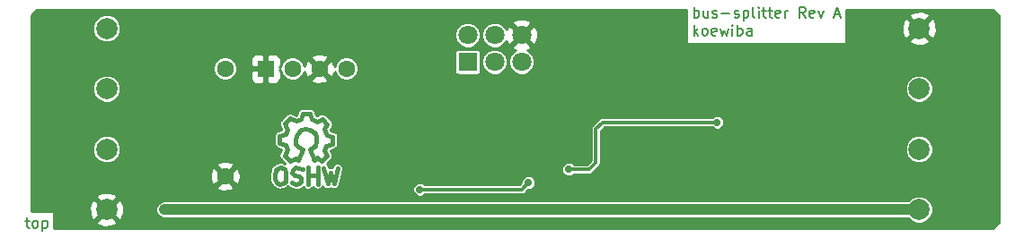
<source format=gbr>
G04 #@! TF.GenerationSoftware,KiCad,Pcbnew,5.0.0-fee4fd1~66~ubuntu16.04.1*
G04 #@! TF.CreationDate,2018-09-26T21:25:10+02:00*
G04 #@! TF.ProjectId,bus-splitter,6275732D73706C69747465722E6B6963,A*
G04 #@! TF.SameCoordinates,Original*
G04 #@! TF.FileFunction,Copper,L1,Top,Signal*
G04 #@! TF.FilePolarity,Positive*
%FSLAX46Y46*%
G04 Gerber Fmt 4.6, Leading zero omitted, Abs format (unit mm)*
G04 Created by KiCad (PCBNEW 5.0.0-fee4fd1~66~ubuntu16.04.1) date Wed Sep 26 21:25:10 2018*
%MOMM*%
%LPD*%
G01*
G04 APERTURE LIST*
G04 #@! TA.AperFunction,NonConductor*
%ADD10C,0.200000*%
G04 #@! TD*
G04 #@! TA.AperFunction,EtchedComponent*
%ADD11C,0.381000*%
G04 #@! TD*
G04 #@! TA.AperFunction,ComponentPad*
%ADD12C,1.600000*%
G04 #@! TD*
G04 #@! TA.AperFunction,ComponentPad*
%ADD13R,1.600000X1.600000*%
G04 #@! TD*
G04 #@! TA.AperFunction,ComponentPad*
%ADD14C,2.000000*%
G04 #@! TD*
G04 #@! TA.AperFunction,ComponentPad*
%ADD15C,1.800000*%
G04 #@! TD*
G04 #@! TA.AperFunction,ComponentPad*
%ADD16R,1.800000X1.800000*%
G04 #@! TD*
G04 #@! TA.AperFunction,ViaPad*
%ADD17C,0.700000*%
G04 #@! TD*
G04 #@! TA.AperFunction,ViaPad*
%ADD18C,1.000000*%
G04 #@! TD*
G04 #@! TA.AperFunction,Conductor*
%ADD19C,1.000000*%
G04 #@! TD*
G04 #@! TA.AperFunction,Conductor*
%ADD20C,0.300000*%
G04 #@! TD*
G04 #@! TA.AperFunction,Conductor*
%ADD21C,0.254000*%
G04 #@! TD*
G04 APERTURE END LIST*
D10*
X163563095Y-76437380D02*
X163563095Y-75437380D01*
X163563095Y-75818333D02*
X163658333Y-75770714D01*
X163848809Y-75770714D01*
X163944047Y-75818333D01*
X163991666Y-75865952D01*
X164039285Y-75961190D01*
X164039285Y-76246904D01*
X163991666Y-76342142D01*
X163944047Y-76389761D01*
X163848809Y-76437380D01*
X163658333Y-76437380D01*
X163563095Y-76389761D01*
X164896428Y-75770714D02*
X164896428Y-76437380D01*
X164467857Y-75770714D02*
X164467857Y-76294523D01*
X164515476Y-76389761D01*
X164610714Y-76437380D01*
X164753571Y-76437380D01*
X164848809Y-76389761D01*
X164896428Y-76342142D01*
X165325000Y-76389761D02*
X165420238Y-76437380D01*
X165610714Y-76437380D01*
X165705952Y-76389761D01*
X165753571Y-76294523D01*
X165753571Y-76246904D01*
X165705952Y-76151666D01*
X165610714Y-76104047D01*
X165467857Y-76104047D01*
X165372619Y-76056428D01*
X165325000Y-75961190D01*
X165325000Y-75913571D01*
X165372619Y-75818333D01*
X165467857Y-75770714D01*
X165610714Y-75770714D01*
X165705952Y-75818333D01*
X166182142Y-76056428D02*
X166944047Y-76056428D01*
X167372619Y-76389761D02*
X167467857Y-76437380D01*
X167658333Y-76437380D01*
X167753571Y-76389761D01*
X167801190Y-76294523D01*
X167801190Y-76246904D01*
X167753571Y-76151666D01*
X167658333Y-76104047D01*
X167515476Y-76104047D01*
X167420238Y-76056428D01*
X167372619Y-75961190D01*
X167372619Y-75913571D01*
X167420238Y-75818333D01*
X167515476Y-75770714D01*
X167658333Y-75770714D01*
X167753571Y-75818333D01*
X168229761Y-75770714D02*
X168229761Y-76770714D01*
X168229761Y-75818333D02*
X168325000Y-75770714D01*
X168515476Y-75770714D01*
X168610714Y-75818333D01*
X168658333Y-75865952D01*
X168705952Y-75961190D01*
X168705952Y-76246904D01*
X168658333Y-76342142D01*
X168610714Y-76389761D01*
X168515476Y-76437380D01*
X168325000Y-76437380D01*
X168229761Y-76389761D01*
X169277380Y-76437380D02*
X169182142Y-76389761D01*
X169134523Y-76294523D01*
X169134523Y-75437380D01*
X169658333Y-76437380D02*
X169658333Y-75770714D01*
X169658333Y-75437380D02*
X169610714Y-75485000D01*
X169658333Y-75532619D01*
X169705952Y-75485000D01*
X169658333Y-75437380D01*
X169658333Y-75532619D01*
X169991666Y-75770714D02*
X170372619Y-75770714D01*
X170134523Y-75437380D02*
X170134523Y-76294523D01*
X170182142Y-76389761D01*
X170277380Y-76437380D01*
X170372619Y-76437380D01*
X170563095Y-75770714D02*
X170944047Y-75770714D01*
X170705952Y-75437380D02*
X170705952Y-76294523D01*
X170753571Y-76389761D01*
X170848809Y-76437380D01*
X170944047Y-76437380D01*
X171658333Y-76389761D02*
X171563095Y-76437380D01*
X171372619Y-76437380D01*
X171277380Y-76389761D01*
X171229761Y-76294523D01*
X171229761Y-75913571D01*
X171277380Y-75818333D01*
X171372619Y-75770714D01*
X171563095Y-75770714D01*
X171658333Y-75818333D01*
X171705952Y-75913571D01*
X171705952Y-76008809D01*
X171229761Y-76104047D01*
X172134523Y-76437380D02*
X172134523Y-75770714D01*
X172134523Y-75961190D02*
X172182142Y-75865952D01*
X172229761Y-75818333D01*
X172325000Y-75770714D01*
X172420238Y-75770714D01*
X174086904Y-76437380D02*
X173753571Y-75961190D01*
X173515476Y-76437380D02*
X173515476Y-75437380D01*
X173896428Y-75437380D01*
X173991666Y-75485000D01*
X174039285Y-75532619D01*
X174086904Y-75627857D01*
X174086904Y-75770714D01*
X174039285Y-75865952D01*
X173991666Y-75913571D01*
X173896428Y-75961190D01*
X173515476Y-75961190D01*
X174896428Y-76389761D02*
X174801190Y-76437380D01*
X174610714Y-76437380D01*
X174515476Y-76389761D01*
X174467857Y-76294523D01*
X174467857Y-75913571D01*
X174515476Y-75818333D01*
X174610714Y-75770714D01*
X174801190Y-75770714D01*
X174896428Y-75818333D01*
X174944047Y-75913571D01*
X174944047Y-76008809D01*
X174467857Y-76104047D01*
X175277380Y-75770714D02*
X175515476Y-76437380D01*
X175753571Y-75770714D01*
X176848809Y-76151666D02*
X177325000Y-76151666D01*
X176753571Y-76437380D02*
X177086904Y-75437380D01*
X177420238Y-76437380D01*
X163563095Y-78137380D02*
X163563095Y-77137380D01*
X163658333Y-77756428D02*
X163944047Y-78137380D01*
X163944047Y-77470714D02*
X163563095Y-77851666D01*
X164515476Y-78137380D02*
X164420238Y-78089761D01*
X164372619Y-78042142D01*
X164325000Y-77946904D01*
X164325000Y-77661190D01*
X164372619Y-77565952D01*
X164420238Y-77518333D01*
X164515476Y-77470714D01*
X164658333Y-77470714D01*
X164753571Y-77518333D01*
X164801190Y-77565952D01*
X164848809Y-77661190D01*
X164848809Y-77946904D01*
X164801190Y-78042142D01*
X164753571Y-78089761D01*
X164658333Y-78137380D01*
X164515476Y-78137380D01*
X165658333Y-78089761D02*
X165563095Y-78137380D01*
X165372619Y-78137380D01*
X165277380Y-78089761D01*
X165229761Y-77994523D01*
X165229761Y-77613571D01*
X165277380Y-77518333D01*
X165372619Y-77470714D01*
X165563095Y-77470714D01*
X165658333Y-77518333D01*
X165705952Y-77613571D01*
X165705952Y-77708809D01*
X165229761Y-77804047D01*
X166039285Y-77470714D02*
X166229761Y-78137380D01*
X166420238Y-77661190D01*
X166610714Y-78137380D01*
X166801190Y-77470714D01*
X167182142Y-78137380D02*
X167182142Y-77470714D01*
X167182142Y-77137380D02*
X167134523Y-77185000D01*
X167182142Y-77232619D01*
X167229761Y-77185000D01*
X167182142Y-77137380D01*
X167182142Y-77232619D01*
X167658333Y-78137380D02*
X167658333Y-77137380D01*
X167658333Y-77518333D02*
X167753571Y-77470714D01*
X167944047Y-77470714D01*
X168039285Y-77518333D01*
X168086904Y-77565952D01*
X168134523Y-77661190D01*
X168134523Y-77946904D01*
X168086904Y-78042142D01*
X168039285Y-78089761D01*
X167944047Y-78137380D01*
X167753571Y-78137380D01*
X167658333Y-78089761D01*
X168991666Y-78137380D02*
X168991666Y-77613571D01*
X168944047Y-77518333D01*
X168848809Y-77470714D01*
X168658333Y-77470714D01*
X168563095Y-77518333D01*
X168991666Y-78089761D02*
X168896428Y-78137380D01*
X168658333Y-78137380D01*
X168563095Y-78089761D01*
X168515476Y-77994523D01*
X168515476Y-77899285D01*
X168563095Y-77804047D01*
X168658333Y-77756428D01*
X168896428Y-77756428D01*
X168991666Y-77708809D01*
X100555238Y-95670714D02*
X100936190Y-95670714D01*
X100698095Y-95337380D02*
X100698095Y-96194523D01*
X100745714Y-96289761D01*
X100840952Y-96337380D01*
X100936190Y-96337380D01*
X101412380Y-96337380D02*
X101317142Y-96289761D01*
X101269523Y-96242142D01*
X101221904Y-96146904D01*
X101221904Y-95861190D01*
X101269523Y-95765952D01*
X101317142Y-95718333D01*
X101412380Y-95670714D01*
X101555238Y-95670714D01*
X101650476Y-95718333D01*
X101698095Y-95765952D01*
X101745714Y-95861190D01*
X101745714Y-96146904D01*
X101698095Y-96242142D01*
X101650476Y-96289761D01*
X101555238Y-96337380D01*
X101412380Y-96337380D01*
X102174285Y-95670714D02*
X102174285Y-96670714D01*
X102174285Y-95718333D02*
X102269523Y-95670714D01*
X102460000Y-95670714D01*
X102555238Y-95718333D01*
X102602857Y-95765952D01*
X102650476Y-95861190D01*
X102650476Y-96146904D01*
X102602857Y-96242142D01*
X102555238Y-96289761D01*
X102460000Y-96337380D01*
X102269523Y-96337380D01*
X102174285Y-96289761D01*
D11*
G04 #@! TO.C,LOGO1*
X127350520Y-88899160D02*
X127749300Y-89899920D01*
X126649480Y-88899160D02*
X126298960Y-89899920D01*
X126298960Y-88701040D02*
X126649480Y-88899160D01*
X126050040Y-88398780D02*
X126298960Y-88701040D01*
X125999240Y-87900940D02*
X126050040Y-88398780D01*
X126149100Y-87448820D02*
X125999240Y-87900940D01*
X126550420Y-87100840D02*
X126149100Y-87448820D01*
X126949200Y-86999240D02*
X126550420Y-87100840D01*
X127398780Y-87050040D02*
X126949200Y-86999240D01*
X127850900Y-87400560D02*
X127398780Y-87050040D01*
X128000760Y-87751080D02*
X127850900Y-87400560D01*
X128000760Y-88149860D02*
X128000760Y-87751080D01*
X127850900Y-88551180D02*
X128000760Y-88149860D01*
X127650240Y-88749300D02*
X127850900Y-88551180D01*
X127350520Y-88899160D02*
X127650240Y-88749300D01*
X125069600Y-88520700D02*
X125209300Y-88919480D01*
X124510800Y-88320040D02*
X125069600Y-88520700D01*
X124520960Y-87619000D02*
X124510800Y-88320040D01*
X125069600Y-87519940D02*
X124520960Y-87619000D01*
X125239780Y-87039880D02*
X125069600Y-87519940D01*
X124990860Y-86498860D02*
X125239780Y-87039880D01*
X125509020Y-85970540D02*
X124990860Y-86498860D01*
X126060200Y-86239780D02*
X125509020Y-85970540D01*
X126479300Y-86069600D02*
X126060200Y-86239780D01*
X126690120Y-85520960D02*
X126479300Y-86069600D01*
X127381000Y-85538740D02*
X126690120Y-85520960D01*
X127551180Y-86079760D02*
X127381000Y-85538740D01*
X128021080Y-86280420D02*
X127551180Y-86079760D01*
X128539240Y-86018800D02*
X128021080Y-86280420D01*
X129009140Y-86529340D02*
X128539240Y-86018800D01*
X128739900Y-86999240D02*
X129009140Y-86529340D01*
X128940560Y-87570740D02*
X128739900Y-86999240D01*
X129499360Y-87710440D02*
X128940560Y-87570740D01*
X129499360Y-88391160D02*
X129499360Y-87710440D01*
X128889760Y-88579120D02*
X129499360Y-88391160D01*
X128699260Y-89049020D02*
X128889760Y-88579120D01*
X128981200Y-89529080D02*
X128699260Y-89049020D01*
X128508760Y-90019300D02*
X128981200Y-89529080D01*
X128069340Y-89689100D02*
X128508760Y-90019300D01*
X127739140Y-89879600D02*
X128069340Y-89689100D01*
X126019560Y-89739900D02*
X126298960Y-89899920D01*
X125498860Y-90009140D02*
X126019560Y-89739900D01*
X124960380Y-89490980D02*
X125498860Y-90009140D01*
X125219460Y-88929640D02*
X124960380Y-89490980D01*
X124960380Y-90788920D02*
X124599700Y-90659380D01*
X125069600Y-91070860D02*
X124960380Y-90788920D01*
X125120400Y-91479800D02*
X125069600Y-91070860D01*
X125049280Y-91939540D02*
X125120400Y-91479800D01*
X124830840Y-92119880D02*
X125049280Y-91939540D01*
X124520960Y-92191000D02*
X124830840Y-92119880D01*
X124269500Y-92069080D02*
X124520960Y-92191000D01*
X124068840Y-91749040D02*
X124269500Y-92069080D01*
X124040900Y-91401060D02*
X124068840Y-91749040D01*
X124129800Y-90910840D02*
X124040900Y-91401060D01*
X124371100Y-90669540D02*
X124129800Y-90910840D01*
X124620020Y-90649220D02*
X124371100Y-90669540D01*
X126009400Y-92208780D02*
X125658880Y-92099560D01*
X126329440Y-92180840D02*
X126009400Y-92208780D01*
X126560580Y-91959860D02*
X126329440Y-92180840D01*
X126519940Y-91660140D02*
X126560580Y-91959860D01*
X126339600Y-91500120D02*
X126519940Y-91660140D01*
X125950980Y-91370580D02*
X126339600Y-91500120D01*
X125709680Y-91129280D02*
X125950980Y-91370580D01*
X125740160Y-90860040D02*
X125709680Y-91129280D01*
X125978920Y-90659380D02*
X125740160Y-90860040D01*
X126298960Y-90669540D02*
X125978920Y-90659380D01*
X126649480Y-90750820D02*
X126298960Y-90669540D01*
X127200660Y-92218940D02*
X127210820Y-92208780D01*
X127200660Y-90649220D02*
X127200660Y-92218940D01*
X128089660Y-90659380D02*
X128089660Y-92201160D01*
X128049020Y-91380740D02*
X128049020Y-91370580D01*
X128038860Y-91370580D02*
X128049020Y-91380740D01*
X127248920Y-91380740D02*
X128038860Y-91370580D01*
X129618740Y-92170680D02*
X129959100Y-90720340D01*
X129308860Y-91098800D02*
X129618740Y-92170680D01*
X129029460Y-92160520D02*
X129308860Y-91098800D01*
X128668780Y-90689860D02*
X129029460Y-92160520D01*
G04 #@! TD*
D12*
G04 #@! TO.P,U1,4*
G04 #@! TO.N,VCC*
X130810000Y-81280000D03*
G04 #@! TO.P,U1,3*
G04 #@! TO.N,GND*
X128270000Y-81280000D03*
G04 #@! TO.P,U1,2*
G04 #@! TO.N,+24V*
X125730000Y-81280000D03*
D13*
G04 #@! TO.P,U1,1*
G04 #@! TO.N,GND*
X123190000Y-81280000D03*
G04 #@! TD*
D14*
G04 #@! TO.P,J1,1*
G04 #@! TO.N,/24V_UNFUSED*
X108204000Y-77470000D03*
G04 #@! TD*
G04 #@! TO.P,J2,1*
G04 #@! TO.N,/A0*
X108204000Y-83185000D03*
G04 #@! TD*
G04 #@! TO.P,J3,1*
G04 #@! TO.N,/B0*
X108204000Y-88900000D03*
G04 #@! TD*
G04 #@! TO.P,J4,1*
G04 #@! TO.N,GND*
X108204000Y-94615000D03*
G04 #@! TD*
G04 #@! TO.P,J6,1*
G04 #@! TO.N,/24V_UNFUSED*
X184785000Y-94615000D03*
G04 #@! TD*
G04 #@! TO.P,J7,1*
G04 #@! TO.N,/A1*
X184785000Y-88900000D03*
G04 #@! TD*
G04 #@! TO.P,J8,1*
G04 #@! TO.N,/B1*
X184785000Y-83185000D03*
G04 #@! TD*
G04 #@! TO.P,J9,1*
G04 #@! TO.N,GND*
X184785000Y-77470000D03*
G04 #@! TD*
D15*
G04 #@! TO.P,J5,6*
G04 #@! TO.N,GND*
X147320000Y-78105000D03*
G04 #@! TO.P,J5,5*
G04 #@! TO.N,//RESET*
X147320000Y-80645000D03*
G04 #@! TO.P,J5,4*
G04 #@! TO.N,/TXD1_MOSI*
X144780000Y-78105000D03*
G04 #@! TO.P,J5,3*
G04 #@! TO.N,/SCK*
X144780000Y-80645000D03*
G04 #@! TO.P,J5,2*
G04 #@! TO.N,VCC*
X142240000Y-78105000D03*
D16*
G04 #@! TO.P,J5,1*
G04 #@! TO.N,/RXD1_MISO*
X142240000Y-80645000D03*
G04 #@! TD*
D12*
G04 #@! TO.P,R1,2*
G04 #@! TO.N,GND*
X119380000Y-91440000D03*
G04 #@! TO.P,R1,1*
G04 #@! TO.N,+24V*
X119380000Y-81280000D03*
G04 #@! TD*
D17*
G04 #@! TO.N,GND*
X132080000Y-88265000D03*
X138430000Y-83185000D03*
X113665000Y-85090000D03*
X179070000Y-86995000D03*
X177165000Y-84455000D03*
X159385000Y-84772500D03*
X159385000Y-91757499D03*
D18*
G04 #@! TO.N,/24V_UNFUSED*
X113665000Y-94615000D03*
D17*
G04 #@! TO.N,/TXDEN0*
X147955000Y-92075000D03*
X137729990Y-92710000D03*
G04 #@! TO.N,/TXDEN1*
X165735000Y-86360000D03*
X151765000Y-90805000D03*
G04 #@! TD*
D19*
G04 #@! TO.N,/24V_UNFUSED*
X184785000Y-94615000D02*
X113665000Y-94615000D01*
D20*
G04 #@! TO.N,/TXDEN0*
X147955000Y-92075000D02*
X147320000Y-92710000D01*
X138224964Y-92710000D02*
X137729990Y-92710000D01*
X147320000Y-92710000D02*
X138224964Y-92710000D01*
G04 #@! TO.N,/TXDEN1*
X165735000Y-86360000D02*
X154940000Y-86360000D01*
X154940000Y-86360000D02*
X154305000Y-86995000D01*
X154305000Y-86995000D02*
X154305000Y-90170000D01*
X154305000Y-90170000D02*
X153670000Y-90805000D01*
X153670000Y-90805000D02*
X151765000Y-90805000D01*
G04 #@! TD*
D21*
G04 #@! TO.N,GND*
G36*
X162868000Y-78942000D02*
X177912476Y-78942000D01*
X177912476Y-78622532D01*
X183812073Y-78622532D01*
X183910736Y-78889387D01*
X184520461Y-79115908D01*
X185170460Y-79091856D01*
X185659264Y-78889387D01*
X185757927Y-78622532D01*
X184785000Y-77649605D01*
X183812073Y-78622532D01*
X177912476Y-78622532D01*
X177912476Y-77205461D01*
X183139092Y-77205461D01*
X183163144Y-77855460D01*
X183365613Y-78344264D01*
X183632468Y-78442927D01*
X184605395Y-77470000D01*
X184964605Y-77470000D01*
X185937532Y-78442927D01*
X186204387Y-78344264D01*
X186430908Y-77734539D01*
X186406856Y-77084540D01*
X186204387Y-76595736D01*
X185937532Y-76497073D01*
X184964605Y-77470000D01*
X184605395Y-77470000D01*
X183632468Y-76497073D01*
X183365613Y-76595736D01*
X183139092Y-77205461D01*
X177912476Y-77205461D01*
X177912476Y-76317468D01*
X183812073Y-76317468D01*
X184785000Y-77290395D01*
X185757927Y-76317468D01*
X185659264Y-76050613D01*
X185049539Y-75824092D01*
X184399540Y-75848144D01*
X183910736Y-76050613D01*
X183812073Y-76317468D01*
X177912476Y-76317468D01*
X177912476Y-75692000D01*
X191717394Y-75692000D01*
X192278000Y-76252606D01*
X192278000Y-95832394D01*
X191717394Y-96393000D01*
X103237952Y-96393000D01*
X103237952Y-95767532D01*
X107231073Y-95767532D01*
X107329736Y-96034387D01*
X107939461Y-96260908D01*
X108589460Y-96236856D01*
X109078264Y-96034387D01*
X109176927Y-95767532D01*
X108204000Y-94794605D01*
X107231073Y-95767532D01*
X103237952Y-95767532D01*
X103237952Y-94788000D01*
X101092000Y-94788000D01*
X101092000Y-94350461D01*
X106558092Y-94350461D01*
X106582144Y-95000460D01*
X106784613Y-95489264D01*
X107051468Y-95587927D01*
X108024395Y-94615000D01*
X108383605Y-94615000D01*
X109356532Y-95587927D01*
X109623387Y-95489264D01*
X109849908Y-94879539D01*
X109840120Y-94615000D01*
X112821799Y-94615000D01*
X112838000Y-94696448D01*
X112838000Y-94779501D01*
X112869783Y-94856233D01*
X112885984Y-94937679D01*
X112932119Y-95006725D01*
X112963903Y-95083458D01*
X113022632Y-95142187D01*
X113068767Y-95211233D01*
X113137813Y-95257368D01*
X113196542Y-95316097D01*
X113273275Y-95347881D01*
X113342321Y-95394016D01*
X113423767Y-95410217D01*
X113500499Y-95442000D01*
X183735339Y-95442000D01*
X184033315Y-95739976D01*
X184521043Y-95942000D01*
X185048957Y-95942000D01*
X185536685Y-95739976D01*
X185909976Y-95366685D01*
X186112000Y-94878957D01*
X186112000Y-94351043D01*
X185909976Y-93863315D01*
X185536685Y-93490024D01*
X185048957Y-93288000D01*
X184521043Y-93288000D01*
X184033315Y-93490024D01*
X183735339Y-93788000D01*
X113500499Y-93788000D01*
X113423767Y-93819783D01*
X113342321Y-93835984D01*
X113273275Y-93882119D01*
X113196542Y-93913903D01*
X113137813Y-93972632D01*
X113068767Y-94018767D01*
X113022632Y-94087813D01*
X112963903Y-94146542D01*
X112932119Y-94223275D01*
X112885984Y-94292321D01*
X112869783Y-94373767D01*
X112838000Y-94450499D01*
X112838000Y-94533552D01*
X112821799Y-94615000D01*
X109840120Y-94615000D01*
X109825856Y-94229540D01*
X109623387Y-93740736D01*
X109356532Y-93642073D01*
X108383605Y-94615000D01*
X108024395Y-94615000D01*
X107051468Y-93642073D01*
X106784613Y-93740736D01*
X106558092Y-94350461D01*
X101092000Y-94350461D01*
X101092000Y-93462468D01*
X107231073Y-93462468D01*
X108204000Y-94435395D01*
X109176927Y-93462468D01*
X109078264Y-93195613D01*
X108468539Y-92969092D01*
X107818540Y-92993144D01*
X107329736Y-93195613D01*
X107231073Y-93462468D01*
X101092000Y-93462468D01*
X101092000Y-92447745D01*
X118551861Y-92447745D01*
X118625995Y-92693864D01*
X119163223Y-92886965D01*
X119733454Y-92859778D01*
X120134005Y-92693864D01*
X120208139Y-92447745D01*
X119380000Y-91619605D01*
X118551861Y-92447745D01*
X101092000Y-92447745D01*
X101092000Y-91223223D01*
X117933035Y-91223223D01*
X117960222Y-91793454D01*
X118126136Y-92194005D01*
X118372255Y-92268139D01*
X119200395Y-91440000D01*
X119559605Y-91440000D01*
X120387745Y-92268139D01*
X120633864Y-92194005D01*
X120826965Y-91656777D01*
X120814326Y-91391675D01*
X123520981Y-91391675D01*
X123523752Y-91426191D01*
X123525220Y-91512754D01*
X123531947Y-91528246D01*
X123550739Y-91762287D01*
X123548572Y-91836916D01*
X123577156Y-91912019D01*
X123599091Y-91989325D01*
X123645407Y-92047886D01*
X123826975Y-92337475D01*
X123875140Y-92419624D01*
X123922766Y-92455665D01*
X123963752Y-92499102D01*
X124050615Y-92538072D01*
X124223699Y-92621992D01*
X124240778Y-92638100D01*
X124315678Y-92666588D01*
X124341049Y-92678889D01*
X124363225Y-92684672D01*
X124433203Y-92711288D01*
X124462049Y-92710444D01*
X124489976Y-92717727D01*
X124564144Y-92707457D01*
X124587045Y-92706787D01*
X124614518Y-92700482D01*
X124693905Y-92689489D01*
X124714160Y-92677613D01*
X124915165Y-92631481D01*
X124985480Y-92624348D01*
X125059743Y-92584374D01*
X125136685Y-92549833D01*
X125185177Y-92498417D01*
X125263557Y-92433708D01*
X125321087Y-92504896D01*
X125456271Y-92578468D01*
X125805908Y-92687413D01*
X125850644Y-92711967D01*
X125903220Y-92717735D01*
X125904109Y-92718012D01*
X125954018Y-92723308D01*
X126003634Y-92728751D01*
X126004557Y-92728670D01*
X126057159Y-92734252D01*
X126106109Y-92719805D01*
X126294977Y-92703316D01*
X126317586Y-92708344D01*
X126396831Y-92694424D01*
X126425220Y-92691946D01*
X126446914Y-92685627D01*
X126520355Y-92672727D01*
X126544976Y-92657064D01*
X126572988Y-92648905D01*
X126631144Y-92602248D01*
X126650214Y-92590116D01*
X126670817Y-92570418D01*
X126733570Y-92520073D01*
X126744713Y-92499771D01*
X126757650Y-92487402D01*
X126827564Y-92592036D01*
X126896504Y-92638100D01*
X126998743Y-92706414D01*
X127200660Y-92746578D01*
X127402578Y-92706414D01*
X127573756Y-92592036D01*
X127602628Y-92548826D01*
X127612786Y-92538668D01*
X127652786Y-92478804D01*
X127716565Y-92574256D01*
X127887743Y-92688634D01*
X128089660Y-92728798D01*
X128291578Y-92688634D01*
X128462756Y-92574256D01*
X128569570Y-92414398D01*
X128573698Y-92426381D01*
X128592261Y-92447358D01*
X128604112Y-92472738D01*
X128659961Y-92523861D01*
X128710132Y-92580556D01*
X128735307Y-92592831D01*
X128755970Y-92611746D01*
X128827134Y-92637606D01*
X128895180Y-92670785D01*
X128923137Y-92672492D01*
X128949465Y-92682059D01*
X129025104Y-92678717D01*
X129100670Y-92683330D01*
X129127154Y-92674208D01*
X129155139Y-92672971D01*
X129223740Y-92640938D01*
X129295321Y-92616282D01*
X129313376Y-92600304D01*
X129339677Y-92612266D01*
X129363940Y-92632716D01*
X129432604Y-92654532D01*
X129498192Y-92684362D01*
X129529907Y-92685446D01*
X129560149Y-92695054D01*
X129631937Y-92688932D01*
X129703944Y-92691392D01*
X129733659Y-92680257D01*
X129765278Y-92677560D01*
X129829261Y-92644430D01*
X129896727Y-92619148D01*
X129919919Y-92597489D01*
X129948098Y-92582898D01*
X129954471Y-92575336D01*
X137052990Y-92575336D01*
X137052990Y-92844664D01*
X137156057Y-93093490D01*
X137346500Y-93283933D01*
X137595326Y-93387000D01*
X137864654Y-93387000D01*
X138113480Y-93283933D01*
X138210413Y-93187000D01*
X147273029Y-93187000D01*
X147320000Y-93196343D01*
X147366971Y-93187000D01*
X147366975Y-93187000D01*
X147506116Y-93159323D01*
X147663897Y-93053897D01*
X147690508Y-93014072D01*
X147952579Y-92752000D01*
X148089664Y-92752000D01*
X148338490Y-92648933D01*
X148528933Y-92458490D01*
X148632000Y-92209664D01*
X148632000Y-91940336D01*
X148528933Y-91691510D01*
X148338490Y-91501067D01*
X148089664Y-91398000D01*
X147820336Y-91398000D01*
X147571510Y-91501067D01*
X147381067Y-91691510D01*
X147278000Y-91940336D01*
X147278000Y-92077421D01*
X147122421Y-92233000D01*
X138210413Y-92233000D01*
X138113480Y-92136067D01*
X137864654Y-92033000D01*
X137595326Y-92033000D01*
X137346500Y-92136067D01*
X137156057Y-92326510D01*
X137052990Y-92575336D01*
X129954471Y-92575336D01*
X129994530Y-92527809D01*
X130047188Y-92478630D01*
X130060327Y-92449743D01*
X130080777Y-92425479D01*
X130102592Y-92356816D01*
X130110908Y-92338531D01*
X130117994Y-92308335D01*
X130143114Y-92229269D01*
X130141364Y-92208751D01*
X130474557Y-90788954D01*
X130478609Y-90670336D01*
X151088000Y-90670336D01*
X151088000Y-90939664D01*
X151191067Y-91188490D01*
X151381510Y-91378933D01*
X151630336Y-91482000D01*
X151899664Y-91482000D01*
X152148490Y-91378933D01*
X152245423Y-91282000D01*
X153623029Y-91282000D01*
X153670000Y-91291343D01*
X153716971Y-91282000D01*
X153716975Y-91282000D01*
X153856116Y-91254323D01*
X154013897Y-91148897D01*
X154040508Y-91109072D01*
X154609074Y-90540506D01*
X154648897Y-90513897D01*
X154703449Y-90432255D01*
X154754323Y-90356116D01*
X154791344Y-90170000D01*
X154782000Y-90123025D01*
X154782000Y-88636043D01*
X183458000Y-88636043D01*
X183458000Y-89163957D01*
X183660024Y-89651685D01*
X184033315Y-90024976D01*
X184521043Y-90227000D01*
X185048957Y-90227000D01*
X185536685Y-90024976D01*
X185909976Y-89651685D01*
X186112000Y-89163957D01*
X186112000Y-88636043D01*
X185909976Y-88148315D01*
X185536685Y-87775024D01*
X185048957Y-87573000D01*
X184521043Y-87573000D01*
X184033315Y-87775024D01*
X183660024Y-88148315D01*
X183458000Y-88636043D01*
X154782000Y-88636043D01*
X154782000Y-87192579D01*
X155137580Y-86837000D01*
X165254577Y-86837000D01*
X165351510Y-86933933D01*
X165600336Y-87037000D01*
X165869664Y-87037000D01*
X166118490Y-86933933D01*
X166308933Y-86743490D01*
X166412000Y-86494664D01*
X166412000Y-86225336D01*
X166308933Y-85976510D01*
X166118490Y-85786067D01*
X165869664Y-85683000D01*
X165600336Y-85683000D01*
X165351510Y-85786067D01*
X165254577Y-85883000D01*
X154986975Y-85883000D01*
X154940000Y-85873656D01*
X154855848Y-85890395D01*
X154753884Y-85910677D01*
X154596103Y-86016103D01*
X154569494Y-86055926D01*
X154000928Y-86624492D01*
X153961103Y-86651103D01*
X153855677Y-86808885D01*
X153828000Y-86948026D01*
X153828000Y-86948029D01*
X153818657Y-86995000D01*
X153828000Y-87041971D01*
X153828001Y-89972419D01*
X153472421Y-90328000D01*
X152245423Y-90328000D01*
X152148490Y-90231067D01*
X151899664Y-90128000D01*
X151630336Y-90128000D01*
X151381510Y-90231067D01*
X151191067Y-90421510D01*
X151088000Y-90670336D01*
X130478609Y-90670336D01*
X130479812Y-90635136D01*
X130407568Y-90442353D01*
X130267050Y-90291892D01*
X130079648Y-90206658D01*
X129873895Y-90199628D01*
X129681112Y-90271871D01*
X129530652Y-90412390D01*
X129466932Y-90552489D01*
X129456899Y-90595244D01*
X129443140Y-90588535D01*
X129404418Y-90586171D01*
X129367450Y-90574426D01*
X129302610Y-90579956D01*
X129237649Y-90575990D01*
X129200971Y-90588624D01*
X129177283Y-90590644D01*
X129159245Y-90517096D01*
X129094128Y-90377642D01*
X128981488Y-90274535D01*
X129340091Y-89902436D01*
X129402178Y-89847166D01*
X129433490Y-89782464D01*
X129472319Y-89721962D01*
X129477964Y-89690564D01*
X129491859Y-89661851D01*
X129496027Y-89590088D01*
X129508747Y-89519337D01*
X129501947Y-89488171D01*
X129503797Y-89456323D01*
X129480186Y-89388429D01*
X129464862Y-89318194D01*
X129417404Y-89249932D01*
X129274715Y-89006974D01*
X129277035Y-89001250D01*
X129626415Y-88893525D01*
X129701277Y-88878634D01*
X129766711Y-88834912D01*
X129835945Y-88797499D01*
X129851695Y-88778128D01*
X129872456Y-88764256D01*
X129916183Y-88698814D01*
X129965823Y-88637762D01*
X129972961Y-88613841D01*
X129986834Y-88593078D01*
X130002189Y-88515885D01*
X130024687Y-88440483D01*
X130016860Y-88364564D01*
X130016860Y-87723009D01*
X130021251Y-87632780D01*
X129999446Y-87571928D01*
X129986834Y-87508522D01*
X129965037Y-87475901D01*
X129951805Y-87438973D01*
X129908373Y-87391097D01*
X129872456Y-87337344D01*
X129839836Y-87315548D01*
X129813479Y-87286494D01*
X129755031Y-87258883D01*
X129701278Y-87222966D01*
X129612661Y-87205339D01*
X129336493Y-87136297D01*
X129306592Y-87051136D01*
X129443974Y-86811367D01*
X129487832Y-86751274D01*
X129506820Y-86672927D01*
X129532487Y-86596491D01*
X129530907Y-86573543D01*
X129536324Y-86551192D01*
X129523884Y-86471536D01*
X129518346Y-86391102D01*
X129508106Y-86370508D01*
X129504557Y-86347783D01*
X129462576Y-86278943D01*
X129426684Y-86206760D01*
X129370596Y-86157898D01*
X128934040Y-85683586D01*
X128883386Y-85618844D01*
X128819990Y-85583034D01*
X128761174Y-85540107D01*
X128731086Y-85532815D01*
X128704133Y-85517590D01*
X128631853Y-85508765D01*
X128561092Y-85491616D01*
X128530509Y-85496392D01*
X128499776Y-85492640D01*
X128429620Y-85512148D01*
X128357684Y-85523382D01*
X128287505Y-85566180D01*
X128002824Y-85709916D01*
X127973387Y-85697346D01*
X127885083Y-85416617D01*
X127873507Y-85349430D01*
X127827139Y-85276014D01*
X127785424Y-85199856D01*
X127772455Y-85189433D01*
X127763571Y-85175367D01*
X127692634Y-85125281D01*
X127624952Y-85070886D01*
X127608985Y-85066220D01*
X127595392Y-85056623D01*
X127510683Y-85037495D01*
X127427342Y-85013142D01*
X127359570Y-85020518D01*
X126740953Y-85004598D01*
X126676490Y-84993498D01*
X126589097Y-85013242D01*
X126500810Y-85028453D01*
X126489138Y-85035825D01*
X126475677Y-85038866D01*
X126402498Y-85090545D01*
X126326747Y-85138389D01*
X126318787Y-85149663D01*
X126307510Y-85157627D01*
X126259671Y-85233390D01*
X126208003Y-85306568D01*
X126193597Y-85370366D01*
X126077567Y-85672323D01*
X125765240Y-85519757D01*
X125706196Y-85481129D01*
X125623214Y-85465459D01*
X125541549Y-85443906D01*
X125522642Y-85446468D01*
X125503897Y-85442928D01*
X125421230Y-85460207D01*
X125337539Y-85471546D01*
X125321054Y-85481146D01*
X125302378Y-85485050D01*
X125232604Y-85532658D01*
X125159635Y-85575153D01*
X125116895Y-85631288D01*
X124651821Y-86105482D01*
X124603674Y-86140408D01*
X124553731Y-86221771D01*
X124501449Y-86301684D01*
X124500015Y-86309280D01*
X124495973Y-86315864D01*
X124480966Y-86410155D01*
X124463248Y-86503982D01*
X124464829Y-86511545D01*
X124463614Y-86519178D01*
X124485839Y-86612061D01*
X124505370Y-86705501D01*
X124538893Y-86754632D01*
X124681314Y-87064180D01*
X124529453Y-87091599D01*
X124528606Y-87091418D01*
X124428212Y-87109879D01*
X124378854Y-87118791D01*
X124378070Y-87119100D01*
X124326128Y-87128651D01*
X124283210Y-87156437D01*
X124235640Y-87175161D01*
X124197643Y-87211835D01*
X124153310Y-87240537D01*
X124124292Y-87282632D01*
X124087509Y-87318134D01*
X124066439Y-87366556D01*
X124036464Y-87410039D01*
X124025764Y-87460034D01*
X124005366Y-87506911D01*
X124004430Y-87559711D01*
X124004253Y-87560539D01*
X124003523Y-87610876D01*
X124001718Y-87712752D01*
X124002035Y-87713558D01*
X123993857Y-88277849D01*
X123983769Y-88345329D01*
X124004757Y-88429525D01*
X124020452Y-88514872D01*
X124029526Y-88528888D01*
X124033565Y-88545090D01*
X124085178Y-88614849D01*
X124132337Y-88687690D01*
X124146084Y-88697167D01*
X124156016Y-88710590D01*
X124230402Y-88755291D01*
X124301840Y-88804536D01*
X124368558Y-88818815D01*
X124653437Y-88921113D01*
X124505432Y-89241790D01*
X124469115Y-89298472D01*
X124453667Y-89384773D01*
X124433159Y-89470034D01*
X124435619Y-89485607D01*
X124432841Y-89501124D01*
X124451598Y-89586781D01*
X124465276Y-89673387D01*
X124473506Y-89686831D01*
X124476879Y-89702234D01*
X124526989Y-89774193D01*
X124572767Y-89848971D01*
X124627215Y-89888566D01*
X125009951Y-90256860D01*
X124923265Y-90225726D01*
X124781606Y-90146934D01*
X124628713Y-90129289D01*
X124580373Y-90133235D01*
X124574441Y-90132348D01*
X124566257Y-90134388D01*
X124401099Y-90147870D01*
X124371100Y-90141903D01*
X124299338Y-90156177D01*
X124278198Y-90157903D01*
X124249457Y-90166099D01*
X124169181Y-90182067D01*
X124151101Y-90194148D01*
X124130190Y-90200111D01*
X124066066Y-90250966D01*
X124041212Y-90267573D01*
X124026211Y-90282574D01*
X123968886Y-90328037D01*
X123954019Y-90354767D01*
X123833440Y-90475345D01*
X123829266Y-90477158D01*
X123760771Y-90548015D01*
X123727834Y-90580952D01*
X123725377Y-90584630D01*
X123686179Y-90625179D01*
X123668734Y-90669401D01*
X123642327Y-90708922D01*
X123631326Y-90764229D01*
X123629700Y-90768350D01*
X123621378Y-90814238D01*
X123602163Y-90910840D01*
X123603051Y-90915302D01*
X123547059Y-91224057D01*
X123538830Y-91238805D01*
X123528789Y-91324801D01*
X123522611Y-91358869D01*
X123522890Y-91375325D01*
X123520981Y-91391675D01*
X120814326Y-91391675D01*
X120799778Y-91086546D01*
X120633864Y-90685995D01*
X120387745Y-90611861D01*
X119559605Y-91440000D01*
X119200395Y-91440000D01*
X118372255Y-90611861D01*
X118126136Y-90685995D01*
X117933035Y-91223223D01*
X101092000Y-91223223D01*
X101092000Y-90432255D01*
X118551861Y-90432255D01*
X119380000Y-91260395D01*
X120208139Y-90432255D01*
X120134005Y-90186136D01*
X119596777Y-89993035D01*
X119026546Y-90020222D01*
X118625995Y-90186136D01*
X118551861Y-90432255D01*
X101092000Y-90432255D01*
X101092000Y-88636043D01*
X106877000Y-88636043D01*
X106877000Y-89163957D01*
X107079024Y-89651685D01*
X107452315Y-90024976D01*
X107940043Y-90227000D01*
X108467957Y-90227000D01*
X108955685Y-90024976D01*
X109328976Y-89651685D01*
X109531000Y-89163957D01*
X109531000Y-88636043D01*
X109328976Y-88148315D01*
X108955685Y-87775024D01*
X108467957Y-87573000D01*
X107940043Y-87573000D01*
X107452315Y-87775024D01*
X107079024Y-88148315D01*
X106877000Y-88636043D01*
X101092000Y-88636043D01*
X101092000Y-82921043D01*
X106877000Y-82921043D01*
X106877000Y-83448957D01*
X107079024Y-83936685D01*
X107452315Y-84309976D01*
X107940043Y-84512000D01*
X108467957Y-84512000D01*
X108955685Y-84309976D01*
X109328976Y-83936685D01*
X109531000Y-83448957D01*
X109531000Y-82921043D01*
X183458000Y-82921043D01*
X183458000Y-83448957D01*
X183660024Y-83936685D01*
X184033315Y-84309976D01*
X184521043Y-84512000D01*
X185048957Y-84512000D01*
X185536685Y-84309976D01*
X185909976Y-83936685D01*
X186112000Y-83448957D01*
X186112000Y-82921043D01*
X185909976Y-82433315D01*
X185536685Y-82060024D01*
X185048957Y-81858000D01*
X184521043Y-81858000D01*
X184033315Y-82060024D01*
X183660024Y-82433315D01*
X183458000Y-82921043D01*
X109531000Y-82921043D01*
X109328976Y-82433315D01*
X108955685Y-82060024D01*
X108467957Y-81858000D01*
X107940043Y-81858000D01*
X107452315Y-82060024D01*
X107079024Y-82433315D01*
X106877000Y-82921043D01*
X101092000Y-82921043D01*
X101092000Y-81055826D01*
X118253000Y-81055826D01*
X118253000Y-81504174D01*
X118424576Y-81918394D01*
X118741606Y-82235424D01*
X119155826Y-82407000D01*
X119604174Y-82407000D01*
X120018394Y-82235424D01*
X120335424Y-81918394D01*
X120481494Y-81565750D01*
X121755000Y-81565750D01*
X121755000Y-82206310D01*
X121851673Y-82439699D01*
X122030302Y-82618327D01*
X122263691Y-82715000D01*
X122904250Y-82715000D01*
X123063000Y-82556250D01*
X123063000Y-81407000D01*
X121913750Y-81407000D01*
X121755000Y-81565750D01*
X120481494Y-81565750D01*
X120507000Y-81504174D01*
X120507000Y-81055826D01*
X120335424Y-80641606D01*
X120047508Y-80353690D01*
X121755000Y-80353690D01*
X121755000Y-80994250D01*
X121913750Y-81153000D01*
X123063000Y-81153000D01*
X123063000Y-80003750D01*
X123317000Y-80003750D01*
X123317000Y-81153000D01*
X123337000Y-81153000D01*
X123337000Y-81407000D01*
X123317000Y-81407000D01*
X123317000Y-82556250D01*
X123475750Y-82715000D01*
X124116309Y-82715000D01*
X124349698Y-82618327D01*
X124528327Y-82439699D01*
X124625000Y-82206310D01*
X124625000Y-81565750D01*
X124466252Y-81407002D01*
X124603000Y-81407002D01*
X124603000Y-81504174D01*
X124774576Y-81918394D01*
X125091606Y-82235424D01*
X125505826Y-82407000D01*
X125954174Y-82407000D01*
X126242080Y-82287745D01*
X127441861Y-82287745D01*
X127515995Y-82533864D01*
X128053223Y-82726965D01*
X128623454Y-82699778D01*
X129024005Y-82533864D01*
X129098139Y-82287745D01*
X128270000Y-81459605D01*
X127441861Y-82287745D01*
X126242080Y-82287745D01*
X126368394Y-82235424D01*
X126685424Y-81918394D01*
X126845394Y-81532193D01*
X126850222Y-81633454D01*
X127016136Y-82034005D01*
X127262255Y-82108139D01*
X128090395Y-81280000D01*
X128449605Y-81280000D01*
X129277745Y-82108139D01*
X129523864Y-82034005D01*
X129699761Y-81544639D01*
X129854576Y-81918394D01*
X130171606Y-82235424D01*
X130585826Y-82407000D01*
X131034174Y-82407000D01*
X131448394Y-82235424D01*
X131765424Y-81918394D01*
X131937000Y-81504174D01*
X131937000Y-81055826D01*
X131765424Y-80641606D01*
X131448394Y-80324576D01*
X131034174Y-80153000D01*
X130585826Y-80153000D01*
X130171606Y-80324576D01*
X129854576Y-80641606D01*
X129694606Y-81027807D01*
X129689778Y-80926546D01*
X129523864Y-80525995D01*
X129277745Y-80451861D01*
X128449605Y-81280000D01*
X128090395Y-81280000D01*
X127262255Y-80451861D01*
X127016136Y-80525995D01*
X126840239Y-81015361D01*
X126685424Y-80641606D01*
X126368394Y-80324576D01*
X126242081Y-80272255D01*
X127441861Y-80272255D01*
X128270000Y-81100395D01*
X129098139Y-80272255D01*
X129024005Y-80026136D01*
X128486777Y-79833035D01*
X127916546Y-79860222D01*
X127515995Y-80026136D01*
X127441861Y-80272255D01*
X126242081Y-80272255D01*
X125954174Y-80153000D01*
X125505826Y-80153000D01*
X125091606Y-80324576D01*
X124774576Y-80641606D01*
X124603000Y-81055826D01*
X124603000Y-81152998D01*
X124466252Y-81152998D01*
X124625000Y-80994250D01*
X124625000Y-80353690D01*
X124528327Y-80120301D01*
X124349698Y-79941673D01*
X124116309Y-79845000D01*
X123475750Y-79845000D01*
X123317000Y-80003750D01*
X123063000Y-80003750D01*
X122904250Y-79845000D01*
X122263691Y-79845000D01*
X122030302Y-79941673D01*
X121851673Y-80120301D01*
X121755000Y-80353690D01*
X120047508Y-80353690D01*
X120018394Y-80324576D01*
X119604174Y-80153000D01*
X119155826Y-80153000D01*
X118741606Y-80324576D01*
X118424576Y-80641606D01*
X118253000Y-81055826D01*
X101092000Y-81055826D01*
X101092000Y-79745000D01*
X141006594Y-79745000D01*
X141006594Y-81545000D01*
X141031973Y-81672589D01*
X141104246Y-81780754D01*
X141212411Y-81853027D01*
X141340000Y-81878406D01*
X143140000Y-81878406D01*
X143267589Y-81853027D01*
X143375754Y-81780754D01*
X143448027Y-81672589D01*
X143473406Y-81545000D01*
X143473406Y-80400935D01*
X143553000Y-80400935D01*
X143553000Y-80889065D01*
X143739800Y-81340039D01*
X144084961Y-81685200D01*
X144535935Y-81872000D01*
X145024065Y-81872000D01*
X145475039Y-81685200D01*
X145820200Y-81340039D01*
X146007000Y-80889065D01*
X146007000Y-80400935D01*
X146093000Y-80400935D01*
X146093000Y-80889065D01*
X146279800Y-81340039D01*
X146624961Y-81685200D01*
X147075935Y-81872000D01*
X147564065Y-81872000D01*
X148015039Y-81685200D01*
X148360200Y-81340039D01*
X148547000Y-80889065D01*
X148547000Y-80400935D01*
X148360200Y-79949961D01*
X148015039Y-79604800D01*
X147877646Y-79547890D01*
X148134148Y-79441643D01*
X148220554Y-79185159D01*
X147320000Y-78284605D01*
X146419446Y-79185159D01*
X146505852Y-79441643D01*
X146778254Y-79541304D01*
X146624961Y-79604800D01*
X146279800Y-79949961D01*
X146093000Y-80400935D01*
X146007000Y-80400935D01*
X145820200Y-79949961D01*
X145475039Y-79604800D01*
X145024065Y-79418000D01*
X144535935Y-79418000D01*
X144084961Y-79604800D01*
X143739800Y-79949961D01*
X143553000Y-80400935D01*
X143473406Y-80400935D01*
X143473406Y-79745000D01*
X143448027Y-79617411D01*
X143375754Y-79509246D01*
X143267589Y-79436973D01*
X143140000Y-79411594D01*
X141340000Y-79411594D01*
X141212411Y-79436973D01*
X141104246Y-79509246D01*
X141031973Y-79617411D01*
X141006594Y-79745000D01*
X101092000Y-79745000D01*
X101092000Y-77206043D01*
X106877000Y-77206043D01*
X106877000Y-77733957D01*
X107079024Y-78221685D01*
X107452315Y-78594976D01*
X107940043Y-78797000D01*
X108467957Y-78797000D01*
X108955685Y-78594976D01*
X109328976Y-78221685D01*
X109478403Y-77860935D01*
X141013000Y-77860935D01*
X141013000Y-78349065D01*
X141199800Y-78800039D01*
X141544961Y-79145200D01*
X141995935Y-79332000D01*
X142484065Y-79332000D01*
X142935039Y-79145200D01*
X143280200Y-78800039D01*
X143467000Y-78349065D01*
X143467000Y-77860935D01*
X143553000Y-77860935D01*
X143553000Y-78349065D01*
X143739800Y-78800039D01*
X144084961Y-79145200D01*
X144535935Y-79332000D01*
X145024065Y-79332000D01*
X145475039Y-79145200D01*
X145820200Y-78800039D01*
X145877110Y-78662646D01*
X145983357Y-78919148D01*
X146239841Y-79005554D01*
X147140395Y-78105000D01*
X147499605Y-78105000D01*
X148400159Y-79005554D01*
X148656643Y-78919148D01*
X148866458Y-78345664D01*
X148840839Y-77735540D01*
X148656643Y-77290852D01*
X148400159Y-77204446D01*
X147499605Y-78105000D01*
X147140395Y-78105000D01*
X146239841Y-77204446D01*
X145983357Y-77290852D01*
X145883696Y-77563254D01*
X145820200Y-77409961D01*
X145475039Y-77064800D01*
X145378570Y-77024841D01*
X146419446Y-77024841D01*
X147320000Y-77925395D01*
X148220554Y-77024841D01*
X148134148Y-76768357D01*
X147560664Y-76558542D01*
X146950540Y-76584161D01*
X146505852Y-76768357D01*
X146419446Y-77024841D01*
X145378570Y-77024841D01*
X145024065Y-76878000D01*
X144535935Y-76878000D01*
X144084961Y-77064800D01*
X143739800Y-77409961D01*
X143553000Y-77860935D01*
X143467000Y-77860935D01*
X143280200Y-77409961D01*
X142935039Y-77064800D01*
X142484065Y-76878000D01*
X141995935Y-76878000D01*
X141544961Y-77064800D01*
X141199800Y-77409961D01*
X141013000Y-77860935D01*
X109478403Y-77860935D01*
X109531000Y-77733957D01*
X109531000Y-77206043D01*
X109328976Y-76718315D01*
X108955685Y-76345024D01*
X108467957Y-76143000D01*
X107940043Y-76143000D01*
X107452315Y-76345024D01*
X107079024Y-76718315D01*
X106877000Y-77206043D01*
X101092000Y-77206043D01*
X101092000Y-76252606D01*
X101652606Y-75692000D01*
X162868000Y-75692000D01*
X162868000Y-78942000D01*
X162868000Y-78942000D01*
G37*
X162868000Y-78942000D02*
X177912476Y-78942000D01*
X177912476Y-78622532D01*
X183812073Y-78622532D01*
X183910736Y-78889387D01*
X184520461Y-79115908D01*
X185170460Y-79091856D01*
X185659264Y-78889387D01*
X185757927Y-78622532D01*
X184785000Y-77649605D01*
X183812073Y-78622532D01*
X177912476Y-78622532D01*
X177912476Y-77205461D01*
X183139092Y-77205461D01*
X183163144Y-77855460D01*
X183365613Y-78344264D01*
X183632468Y-78442927D01*
X184605395Y-77470000D01*
X184964605Y-77470000D01*
X185937532Y-78442927D01*
X186204387Y-78344264D01*
X186430908Y-77734539D01*
X186406856Y-77084540D01*
X186204387Y-76595736D01*
X185937532Y-76497073D01*
X184964605Y-77470000D01*
X184605395Y-77470000D01*
X183632468Y-76497073D01*
X183365613Y-76595736D01*
X183139092Y-77205461D01*
X177912476Y-77205461D01*
X177912476Y-76317468D01*
X183812073Y-76317468D01*
X184785000Y-77290395D01*
X185757927Y-76317468D01*
X185659264Y-76050613D01*
X185049539Y-75824092D01*
X184399540Y-75848144D01*
X183910736Y-76050613D01*
X183812073Y-76317468D01*
X177912476Y-76317468D01*
X177912476Y-75692000D01*
X191717394Y-75692000D01*
X192278000Y-76252606D01*
X192278000Y-95832394D01*
X191717394Y-96393000D01*
X103237952Y-96393000D01*
X103237952Y-95767532D01*
X107231073Y-95767532D01*
X107329736Y-96034387D01*
X107939461Y-96260908D01*
X108589460Y-96236856D01*
X109078264Y-96034387D01*
X109176927Y-95767532D01*
X108204000Y-94794605D01*
X107231073Y-95767532D01*
X103237952Y-95767532D01*
X103237952Y-94788000D01*
X101092000Y-94788000D01*
X101092000Y-94350461D01*
X106558092Y-94350461D01*
X106582144Y-95000460D01*
X106784613Y-95489264D01*
X107051468Y-95587927D01*
X108024395Y-94615000D01*
X108383605Y-94615000D01*
X109356532Y-95587927D01*
X109623387Y-95489264D01*
X109849908Y-94879539D01*
X109840120Y-94615000D01*
X112821799Y-94615000D01*
X112838000Y-94696448D01*
X112838000Y-94779501D01*
X112869783Y-94856233D01*
X112885984Y-94937679D01*
X112932119Y-95006725D01*
X112963903Y-95083458D01*
X113022632Y-95142187D01*
X113068767Y-95211233D01*
X113137813Y-95257368D01*
X113196542Y-95316097D01*
X113273275Y-95347881D01*
X113342321Y-95394016D01*
X113423767Y-95410217D01*
X113500499Y-95442000D01*
X183735339Y-95442000D01*
X184033315Y-95739976D01*
X184521043Y-95942000D01*
X185048957Y-95942000D01*
X185536685Y-95739976D01*
X185909976Y-95366685D01*
X186112000Y-94878957D01*
X186112000Y-94351043D01*
X185909976Y-93863315D01*
X185536685Y-93490024D01*
X185048957Y-93288000D01*
X184521043Y-93288000D01*
X184033315Y-93490024D01*
X183735339Y-93788000D01*
X113500499Y-93788000D01*
X113423767Y-93819783D01*
X113342321Y-93835984D01*
X113273275Y-93882119D01*
X113196542Y-93913903D01*
X113137813Y-93972632D01*
X113068767Y-94018767D01*
X113022632Y-94087813D01*
X112963903Y-94146542D01*
X112932119Y-94223275D01*
X112885984Y-94292321D01*
X112869783Y-94373767D01*
X112838000Y-94450499D01*
X112838000Y-94533552D01*
X112821799Y-94615000D01*
X109840120Y-94615000D01*
X109825856Y-94229540D01*
X109623387Y-93740736D01*
X109356532Y-93642073D01*
X108383605Y-94615000D01*
X108024395Y-94615000D01*
X107051468Y-93642073D01*
X106784613Y-93740736D01*
X106558092Y-94350461D01*
X101092000Y-94350461D01*
X101092000Y-93462468D01*
X107231073Y-93462468D01*
X108204000Y-94435395D01*
X109176927Y-93462468D01*
X109078264Y-93195613D01*
X108468539Y-92969092D01*
X107818540Y-92993144D01*
X107329736Y-93195613D01*
X107231073Y-93462468D01*
X101092000Y-93462468D01*
X101092000Y-92447745D01*
X118551861Y-92447745D01*
X118625995Y-92693864D01*
X119163223Y-92886965D01*
X119733454Y-92859778D01*
X120134005Y-92693864D01*
X120208139Y-92447745D01*
X119380000Y-91619605D01*
X118551861Y-92447745D01*
X101092000Y-92447745D01*
X101092000Y-91223223D01*
X117933035Y-91223223D01*
X117960222Y-91793454D01*
X118126136Y-92194005D01*
X118372255Y-92268139D01*
X119200395Y-91440000D01*
X119559605Y-91440000D01*
X120387745Y-92268139D01*
X120633864Y-92194005D01*
X120826965Y-91656777D01*
X120814326Y-91391675D01*
X123520981Y-91391675D01*
X123523752Y-91426191D01*
X123525220Y-91512754D01*
X123531947Y-91528246D01*
X123550739Y-91762287D01*
X123548572Y-91836916D01*
X123577156Y-91912019D01*
X123599091Y-91989325D01*
X123645407Y-92047886D01*
X123826975Y-92337475D01*
X123875140Y-92419624D01*
X123922766Y-92455665D01*
X123963752Y-92499102D01*
X124050615Y-92538072D01*
X124223699Y-92621992D01*
X124240778Y-92638100D01*
X124315678Y-92666588D01*
X124341049Y-92678889D01*
X124363225Y-92684672D01*
X124433203Y-92711288D01*
X124462049Y-92710444D01*
X124489976Y-92717727D01*
X124564144Y-92707457D01*
X124587045Y-92706787D01*
X124614518Y-92700482D01*
X124693905Y-92689489D01*
X124714160Y-92677613D01*
X124915165Y-92631481D01*
X124985480Y-92624348D01*
X125059743Y-92584374D01*
X125136685Y-92549833D01*
X125185177Y-92498417D01*
X125263557Y-92433708D01*
X125321087Y-92504896D01*
X125456271Y-92578468D01*
X125805908Y-92687413D01*
X125850644Y-92711967D01*
X125903220Y-92717735D01*
X125904109Y-92718012D01*
X125954018Y-92723308D01*
X126003634Y-92728751D01*
X126004557Y-92728670D01*
X126057159Y-92734252D01*
X126106109Y-92719805D01*
X126294977Y-92703316D01*
X126317586Y-92708344D01*
X126396831Y-92694424D01*
X126425220Y-92691946D01*
X126446914Y-92685627D01*
X126520355Y-92672727D01*
X126544976Y-92657064D01*
X126572988Y-92648905D01*
X126631144Y-92602248D01*
X126650214Y-92590116D01*
X126670817Y-92570418D01*
X126733570Y-92520073D01*
X126744713Y-92499771D01*
X126757650Y-92487402D01*
X126827564Y-92592036D01*
X126896504Y-92638100D01*
X126998743Y-92706414D01*
X127200660Y-92746578D01*
X127402578Y-92706414D01*
X127573756Y-92592036D01*
X127602628Y-92548826D01*
X127612786Y-92538668D01*
X127652786Y-92478804D01*
X127716565Y-92574256D01*
X127887743Y-92688634D01*
X128089660Y-92728798D01*
X128291578Y-92688634D01*
X128462756Y-92574256D01*
X128569570Y-92414398D01*
X128573698Y-92426381D01*
X128592261Y-92447358D01*
X128604112Y-92472738D01*
X128659961Y-92523861D01*
X128710132Y-92580556D01*
X128735307Y-92592831D01*
X128755970Y-92611746D01*
X128827134Y-92637606D01*
X128895180Y-92670785D01*
X128923137Y-92672492D01*
X128949465Y-92682059D01*
X129025104Y-92678717D01*
X129100670Y-92683330D01*
X129127154Y-92674208D01*
X129155139Y-92672971D01*
X129223740Y-92640938D01*
X129295321Y-92616282D01*
X129313376Y-92600304D01*
X129339677Y-92612266D01*
X129363940Y-92632716D01*
X129432604Y-92654532D01*
X129498192Y-92684362D01*
X129529907Y-92685446D01*
X129560149Y-92695054D01*
X129631937Y-92688932D01*
X129703944Y-92691392D01*
X129733659Y-92680257D01*
X129765278Y-92677560D01*
X129829261Y-92644430D01*
X129896727Y-92619148D01*
X129919919Y-92597489D01*
X129948098Y-92582898D01*
X129954471Y-92575336D01*
X137052990Y-92575336D01*
X137052990Y-92844664D01*
X137156057Y-93093490D01*
X137346500Y-93283933D01*
X137595326Y-93387000D01*
X137864654Y-93387000D01*
X138113480Y-93283933D01*
X138210413Y-93187000D01*
X147273029Y-93187000D01*
X147320000Y-93196343D01*
X147366971Y-93187000D01*
X147366975Y-93187000D01*
X147506116Y-93159323D01*
X147663897Y-93053897D01*
X147690508Y-93014072D01*
X147952579Y-92752000D01*
X148089664Y-92752000D01*
X148338490Y-92648933D01*
X148528933Y-92458490D01*
X148632000Y-92209664D01*
X148632000Y-91940336D01*
X148528933Y-91691510D01*
X148338490Y-91501067D01*
X148089664Y-91398000D01*
X147820336Y-91398000D01*
X147571510Y-91501067D01*
X147381067Y-91691510D01*
X147278000Y-91940336D01*
X147278000Y-92077421D01*
X147122421Y-92233000D01*
X138210413Y-92233000D01*
X138113480Y-92136067D01*
X137864654Y-92033000D01*
X137595326Y-92033000D01*
X137346500Y-92136067D01*
X137156057Y-92326510D01*
X137052990Y-92575336D01*
X129954471Y-92575336D01*
X129994530Y-92527809D01*
X130047188Y-92478630D01*
X130060327Y-92449743D01*
X130080777Y-92425479D01*
X130102592Y-92356816D01*
X130110908Y-92338531D01*
X130117994Y-92308335D01*
X130143114Y-92229269D01*
X130141364Y-92208751D01*
X130474557Y-90788954D01*
X130478609Y-90670336D01*
X151088000Y-90670336D01*
X151088000Y-90939664D01*
X151191067Y-91188490D01*
X151381510Y-91378933D01*
X151630336Y-91482000D01*
X151899664Y-91482000D01*
X152148490Y-91378933D01*
X152245423Y-91282000D01*
X153623029Y-91282000D01*
X153670000Y-91291343D01*
X153716971Y-91282000D01*
X153716975Y-91282000D01*
X153856116Y-91254323D01*
X154013897Y-91148897D01*
X154040508Y-91109072D01*
X154609074Y-90540506D01*
X154648897Y-90513897D01*
X154703449Y-90432255D01*
X154754323Y-90356116D01*
X154791344Y-90170000D01*
X154782000Y-90123025D01*
X154782000Y-88636043D01*
X183458000Y-88636043D01*
X183458000Y-89163957D01*
X183660024Y-89651685D01*
X184033315Y-90024976D01*
X184521043Y-90227000D01*
X185048957Y-90227000D01*
X185536685Y-90024976D01*
X185909976Y-89651685D01*
X186112000Y-89163957D01*
X186112000Y-88636043D01*
X185909976Y-88148315D01*
X185536685Y-87775024D01*
X185048957Y-87573000D01*
X184521043Y-87573000D01*
X184033315Y-87775024D01*
X183660024Y-88148315D01*
X183458000Y-88636043D01*
X154782000Y-88636043D01*
X154782000Y-87192579D01*
X155137580Y-86837000D01*
X165254577Y-86837000D01*
X165351510Y-86933933D01*
X165600336Y-87037000D01*
X165869664Y-87037000D01*
X166118490Y-86933933D01*
X166308933Y-86743490D01*
X166412000Y-86494664D01*
X166412000Y-86225336D01*
X166308933Y-85976510D01*
X166118490Y-85786067D01*
X165869664Y-85683000D01*
X165600336Y-85683000D01*
X165351510Y-85786067D01*
X165254577Y-85883000D01*
X154986975Y-85883000D01*
X154940000Y-85873656D01*
X154855848Y-85890395D01*
X154753884Y-85910677D01*
X154596103Y-86016103D01*
X154569494Y-86055926D01*
X154000928Y-86624492D01*
X153961103Y-86651103D01*
X153855677Y-86808885D01*
X153828000Y-86948026D01*
X153828000Y-86948029D01*
X153818657Y-86995000D01*
X153828000Y-87041971D01*
X153828001Y-89972419D01*
X153472421Y-90328000D01*
X152245423Y-90328000D01*
X152148490Y-90231067D01*
X151899664Y-90128000D01*
X151630336Y-90128000D01*
X151381510Y-90231067D01*
X151191067Y-90421510D01*
X151088000Y-90670336D01*
X130478609Y-90670336D01*
X130479812Y-90635136D01*
X130407568Y-90442353D01*
X130267050Y-90291892D01*
X130079648Y-90206658D01*
X129873895Y-90199628D01*
X129681112Y-90271871D01*
X129530652Y-90412390D01*
X129466932Y-90552489D01*
X129456899Y-90595244D01*
X129443140Y-90588535D01*
X129404418Y-90586171D01*
X129367450Y-90574426D01*
X129302610Y-90579956D01*
X129237649Y-90575990D01*
X129200971Y-90588624D01*
X129177283Y-90590644D01*
X129159245Y-90517096D01*
X129094128Y-90377642D01*
X128981488Y-90274535D01*
X129340091Y-89902436D01*
X129402178Y-89847166D01*
X129433490Y-89782464D01*
X129472319Y-89721962D01*
X129477964Y-89690564D01*
X129491859Y-89661851D01*
X129496027Y-89590088D01*
X129508747Y-89519337D01*
X129501947Y-89488171D01*
X129503797Y-89456323D01*
X129480186Y-89388429D01*
X129464862Y-89318194D01*
X129417404Y-89249932D01*
X129274715Y-89006974D01*
X129277035Y-89001250D01*
X129626415Y-88893525D01*
X129701277Y-88878634D01*
X129766711Y-88834912D01*
X129835945Y-88797499D01*
X129851695Y-88778128D01*
X129872456Y-88764256D01*
X129916183Y-88698814D01*
X129965823Y-88637762D01*
X129972961Y-88613841D01*
X129986834Y-88593078D01*
X130002189Y-88515885D01*
X130024687Y-88440483D01*
X130016860Y-88364564D01*
X130016860Y-87723009D01*
X130021251Y-87632780D01*
X129999446Y-87571928D01*
X129986834Y-87508522D01*
X129965037Y-87475901D01*
X129951805Y-87438973D01*
X129908373Y-87391097D01*
X129872456Y-87337344D01*
X129839836Y-87315548D01*
X129813479Y-87286494D01*
X129755031Y-87258883D01*
X129701278Y-87222966D01*
X129612661Y-87205339D01*
X129336493Y-87136297D01*
X129306592Y-87051136D01*
X129443974Y-86811367D01*
X129487832Y-86751274D01*
X129506820Y-86672927D01*
X129532487Y-86596491D01*
X129530907Y-86573543D01*
X129536324Y-86551192D01*
X129523884Y-86471536D01*
X129518346Y-86391102D01*
X129508106Y-86370508D01*
X129504557Y-86347783D01*
X129462576Y-86278943D01*
X129426684Y-86206760D01*
X129370596Y-86157898D01*
X128934040Y-85683586D01*
X128883386Y-85618844D01*
X128819990Y-85583034D01*
X128761174Y-85540107D01*
X128731086Y-85532815D01*
X128704133Y-85517590D01*
X128631853Y-85508765D01*
X128561092Y-85491616D01*
X128530509Y-85496392D01*
X128499776Y-85492640D01*
X128429620Y-85512148D01*
X128357684Y-85523382D01*
X128287505Y-85566180D01*
X128002824Y-85709916D01*
X127973387Y-85697346D01*
X127885083Y-85416617D01*
X127873507Y-85349430D01*
X127827139Y-85276014D01*
X127785424Y-85199856D01*
X127772455Y-85189433D01*
X127763571Y-85175367D01*
X127692634Y-85125281D01*
X127624952Y-85070886D01*
X127608985Y-85066220D01*
X127595392Y-85056623D01*
X127510683Y-85037495D01*
X127427342Y-85013142D01*
X127359570Y-85020518D01*
X126740953Y-85004598D01*
X126676490Y-84993498D01*
X126589097Y-85013242D01*
X126500810Y-85028453D01*
X126489138Y-85035825D01*
X126475677Y-85038866D01*
X126402498Y-85090545D01*
X126326747Y-85138389D01*
X126318787Y-85149663D01*
X126307510Y-85157627D01*
X126259671Y-85233390D01*
X126208003Y-85306568D01*
X126193597Y-85370366D01*
X126077567Y-85672323D01*
X125765240Y-85519757D01*
X125706196Y-85481129D01*
X125623214Y-85465459D01*
X125541549Y-85443906D01*
X125522642Y-85446468D01*
X125503897Y-85442928D01*
X125421230Y-85460207D01*
X125337539Y-85471546D01*
X125321054Y-85481146D01*
X125302378Y-85485050D01*
X125232604Y-85532658D01*
X125159635Y-85575153D01*
X125116895Y-85631288D01*
X124651821Y-86105482D01*
X124603674Y-86140408D01*
X124553731Y-86221771D01*
X124501449Y-86301684D01*
X124500015Y-86309280D01*
X124495973Y-86315864D01*
X124480966Y-86410155D01*
X124463248Y-86503982D01*
X124464829Y-86511545D01*
X124463614Y-86519178D01*
X124485839Y-86612061D01*
X124505370Y-86705501D01*
X124538893Y-86754632D01*
X124681314Y-87064180D01*
X124529453Y-87091599D01*
X124528606Y-87091418D01*
X124428212Y-87109879D01*
X124378854Y-87118791D01*
X124378070Y-87119100D01*
X124326128Y-87128651D01*
X124283210Y-87156437D01*
X124235640Y-87175161D01*
X124197643Y-87211835D01*
X124153310Y-87240537D01*
X124124292Y-87282632D01*
X124087509Y-87318134D01*
X124066439Y-87366556D01*
X124036464Y-87410039D01*
X124025764Y-87460034D01*
X124005366Y-87506911D01*
X124004430Y-87559711D01*
X124004253Y-87560539D01*
X124003523Y-87610876D01*
X124001718Y-87712752D01*
X124002035Y-87713558D01*
X123993857Y-88277849D01*
X123983769Y-88345329D01*
X124004757Y-88429525D01*
X124020452Y-88514872D01*
X124029526Y-88528888D01*
X124033565Y-88545090D01*
X124085178Y-88614849D01*
X124132337Y-88687690D01*
X124146084Y-88697167D01*
X124156016Y-88710590D01*
X124230402Y-88755291D01*
X124301840Y-88804536D01*
X124368558Y-88818815D01*
X124653437Y-88921113D01*
X124505432Y-89241790D01*
X124469115Y-89298472D01*
X124453667Y-89384773D01*
X124433159Y-89470034D01*
X124435619Y-89485607D01*
X124432841Y-89501124D01*
X124451598Y-89586781D01*
X124465276Y-89673387D01*
X124473506Y-89686831D01*
X124476879Y-89702234D01*
X124526989Y-89774193D01*
X124572767Y-89848971D01*
X124627215Y-89888566D01*
X125009951Y-90256860D01*
X124923265Y-90225726D01*
X124781606Y-90146934D01*
X124628713Y-90129289D01*
X124580373Y-90133235D01*
X124574441Y-90132348D01*
X124566257Y-90134388D01*
X124401099Y-90147870D01*
X124371100Y-90141903D01*
X124299338Y-90156177D01*
X124278198Y-90157903D01*
X124249457Y-90166099D01*
X124169181Y-90182067D01*
X124151101Y-90194148D01*
X124130190Y-90200111D01*
X124066066Y-90250966D01*
X124041212Y-90267573D01*
X124026211Y-90282574D01*
X123968886Y-90328037D01*
X123954019Y-90354767D01*
X123833440Y-90475345D01*
X123829266Y-90477158D01*
X123760771Y-90548015D01*
X123727834Y-90580952D01*
X123725377Y-90584630D01*
X123686179Y-90625179D01*
X123668734Y-90669401D01*
X123642327Y-90708922D01*
X123631326Y-90764229D01*
X123629700Y-90768350D01*
X123621378Y-90814238D01*
X123602163Y-90910840D01*
X123603051Y-90915302D01*
X123547059Y-91224057D01*
X123538830Y-91238805D01*
X123528789Y-91324801D01*
X123522611Y-91358869D01*
X123522890Y-91375325D01*
X123520981Y-91391675D01*
X120814326Y-91391675D01*
X120799778Y-91086546D01*
X120633864Y-90685995D01*
X120387745Y-90611861D01*
X119559605Y-91440000D01*
X119200395Y-91440000D01*
X118372255Y-90611861D01*
X118126136Y-90685995D01*
X117933035Y-91223223D01*
X101092000Y-91223223D01*
X101092000Y-90432255D01*
X118551861Y-90432255D01*
X119380000Y-91260395D01*
X120208139Y-90432255D01*
X120134005Y-90186136D01*
X119596777Y-89993035D01*
X119026546Y-90020222D01*
X118625995Y-90186136D01*
X118551861Y-90432255D01*
X101092000Y-90432255D01*
X101092000Y-88636043D01*
X106877000Y-88636043D01*
X106877000Y-89163957D01*
X107079024Y-89651685D01*
X107452315Y-90024976D01*
X107940043Y-90227000D01*
X108467957Y-90227000D01*
X108955685Y-90024976D01*
X109328976Y-89651685D01*
X109531000Y-89163957D01*
X109531000Y-88636043D01*
X109328976Y-88148315D01*
X108955685Y-87775024D01*
X108467957Y-87573000D01*
X107940043Y-87573000D01*
X107452315Y-87775024D01*
X107079024Y-88148315D01*
X106877000Y-88636043D01*
X101092000Y-88636043D01*
X101092000Y-82921043D01*
X106877000Y-82921043D01*
X106877000Y-83448957D01*
X107079024Y-83936685D01*
X107452315Y-84309976D01*
X107940043Y-84512000D01*
X108467957Y-84512000D01*
X108955685Y-84309976D01*
X109328976Y-83936685D01*
X109531000Y-83448957D01*
X109531000Y-82921043D01*
X183458000Y-82921043D01*
X183458000Y-83448957D01*
X183660024Y-83936685D01*
X184033315Y-84309976D01*
X184521043Y-84512000D01*
X185048957Y-84512000D01*
X185536685Y-84309976D01*
X185909976Y-83936685D01*
X186112000Y-83448957D01*
X186112000Y-82921043D01*
X185909976Y-82433315D01*
X185536685Y-82060024D01*
X185048957Y-81858000D01*
X184521043Y-81858000D01*
X184033315Y-82060024D01*
X183660024Y-82433315D01*
X183458000Y-82921043D01*
X109531000Y-82921043D01*
X109328976Y-82433315D01*
X108955685Y-82060024D01*
X108467957Y-81858000D01*
X107940043Y-81858000D01*
X107452315Y-82060024D01*
X107079024Y-82433315D01*
X106877000Y-82921043D01*
X101092000Y-82921043D01*
X101092000Y-81055826D01*
X118253000Y-81055826D01*
X118253000Y-81504174D01*
X118424576Y-81918394D01*
X118741606Y-82235424D01*
X119155826Y-82407000D01*
X119604174Y-82407000D01*
X120018394Y-82235424D01*
X120335424Y-81918394D01*
X120481494Y-81565750D01*
X121755000Y-81565750D01*
X121755000Y-82206310D01*
X121851673Y-82439699D01*
X122030302Y-82618327D01*
X122263691Y-82715000D01*
X122904250Y-82715000D01*
X123063000Y-82556250D01*
X123063000Y-81407000D01*
X121913750Y-81407000D01*
X121755000Y-81565750D01*
X120481494Y-81565750D01*
X120507000Y-81504174D01*
X120507000Y-81055826D01*
X120335424Y-80641606D01*
X120047508Y-80353690D01*
X121755000Y-80353690D01*
X121755000Y-80994250D01*
X121913750Y-81153000D01*
X123063000Y-81153000D01*
X123063000Y-80003750D01*
X123317000Y-80003750D01*
X123317000Y-81153000D01*
X123337000Y-81153000D01*
X123337000Y-81407000D01*
X123317000Y-81407000D01*
X123317000Y-82556250D01*
X123475750Y-82715000D01*
X124116309Y-82715000D01*
X124349698Y-82618327D01*
X124528327Y-82439699D01*
X124625000Y-82206310D01*
X124625000Y-81565750D01*
X124466252Y-81407002D01*
X124603000Y-81407002D01*
X124603000Y-81504174D01*
X124774576Y-81918394D01*
X125091606Y-82235424D01*
X125505826Y-82407000D01*
X125954174Y-82407000D01*
X126242080Y-82287745D01*
X127441861Y-82287745D01*
X127515995Y-82533864D01*
X128053223Y-82726965D01*
X128623454Y-82699778D01*
X129024005Y-82533864D01*
X129098139Y-82287745D01*
X128270000Y-81459605D01*
X127441861Y-82287745D01*
X126242080Y-82287745D01*
X126368394Y-82235424D01*
X126685424Y-81918394D01*
X126845394Y-81532193D01*
X126850222Y-81633454D01*
X127016136Y-82034005D01*
X127262255Y-82108139D01*
X128090395Y-81280000D01*
X128449605Y-81280000D01*
X129277745Y-82108139D01*
X129523864Y-82034005D01*
X129699761Y-81544639D01*
X129854576Y-81918394D01*
X130171606Y-82235424D01*
X130585826Y-82407000D01*
X131034174Y-82407000D01*
X131448394Y-82235424D01*
X131765424Y-81918394D01*
X131937000Y-81504174D01*
X131937000Y-81055826D01*
X131765424Y-80641606D01*
X131448394Y-80324576D01*
X131034174Y-80153000D01*
X130585826Y-80153000D01*
X130171606Y-80324576D01*
X129854576Y-80641606D01*
X129694606Y-81027807D01*
X129689778Y-80926546D01*
X129523864Y-80525995D01*
X129277745Y-80451861D01*
X128449605Y-81280000D01*
X128090395Y-81280000D01*
X127262255Y-80451861D01*
X127016136Y-80525995D01*
X126840239Y-81015361D01*
X126685424Y-80641606D01*
X126368394Y-80324576D01*
X126242081Y-80272255D01*
X127441861Y-80272255D01*
X128270000Y-81100395D01*
X129098139Y-80272255D01*
X129024005Y-80026136D01*
X128486777Y-79833035D01*
X127916546Y-79860222D01*
X127515995Y-80026136D01*
X127441861Y-80272255D01*
X126242081Y-80272255D01*
X125954174Y-80153000D01*
X125505826Y-80153000D01*
X125091606Y-80324576D01*
X124774576Y-80641606D01*
X124603000Y-81055826D01*
X124603000Y-81152998D01*
X124466252Y-81152998D01*
X124625000Y-80994250D01*
X124625000Y-80353690D01*
X124528327Y-80120301D01*
X124349698Y-79941673D01*
X124116309Y-79845000D01*
X123475750Y-79845000D01*
X123317000Y-80003750D01*
X123063000Y-80003750D01*
X122904250Y-79845000D01*
X122263691Y-79845000D01*
X122030302Y-79941673D01*
X121851673Y-80120301D01*
X121755000Y-80353690D01*
X120047508Y-80353690D01*
X120018394Y-80324576D01*
X119604174Y-80153000D01*
X119155826Y-80153000D01*
X118741606Y-80324576D01*
X118424576Y-80641606D01*
X118253000Y-81055826D01*
X101092000Y-81055826D01*
X101092000Y-79745000D01*
X141006594Y-79745000D01*
X141006594Y-81545000D01*
X141031973Y-81672589D01*
X141104246Y-81780754D01*
X141212411Y-81853027D01*
X141340000Y-81878406D01*
X143140000Y-81878406D01*
X143267589Y-81853027D01*
X143375754Y-81780754D01*
X143448027Y-81672589D01*
X143473406Y-81545000D01*
X143473406Y-80400935D01*
X143553000Y-80400935D01*
X143553000Y-80889065D01*
X143739800Y-81340039D01*
X144084961Y-81685200D01*
X144535935Y-81872000D01*
X145024065Y-81872000D01*
X145475039Y-81685200D01*
X145820200Y-81340039D01*
X146007000Y-80889065D01*
X146007000Y-80400935D01*
X146093000Y-80400935D01*
X146093000Y-80889065D01*
X146279800Y-81340039D01*
X146624961Y-81685200D01*
X147075935Y-81872000D01*
X147564065Y-81872000D01*
X148015039Y-81685200D01*
X148360200Y-81340039D01*
X148547000Y-80889065D01*
X148547000Y-80400935D01*
X148360200Y-79949961D01*
X148015039Y-79604800D01*
X147877646Y-79547890D01*
X148134148Y-79441643D01*
X148220554Y-79185159D01*
X147320000Y-78284605D01*
X146419446Y-79185159D01*
X146505852Y-79441643D01*
X146778254Y-79541304D01*
X146624961Y-79604800D01*
X146279800Y-79949961D01*
X146093000Y-80400935D01*
X146007000Y-80400935D01*
X145820200Y-79949961D01*
X145475039Y-79604800D01*
X145024065Y-79418000D01*
X144535935Y-79418000D01*
X144084961Y-79604800D01*
X143739800Y-79949961D01*
X143553000Y-80400935D01*
X143473406Y-80400935D01*
X143473406Y-79745000D01*
X143448027Y-79617411D01*
X143375754Y-79509246D01*
X143267589Y-79436973D01*
X143140000Y-79411594D01*
X141340000Y-79411594D01*
X141212411Y-79436973D01*
X141104246Y-79509246D01*
X141031973Y-79617411D01*
X141006594Y-79745000D01*
X101092000Y-79745000D01*
X101092000Y-77206043D01*
X106877000Y-77206043D01*
X106877000Y-77733957D01*
X107079024Y-78221685D01*
X107452315Y-78594976D01*
X107940043Y-78797000D01*
X108467957Y-78797000D01*
X108955685Y-78594976D01*
X109328976Y-78221685D01*
X109478403Y-77860935D01*
X141013000Y-77860935D01*
X141013000Y-78349065D01*
X141199800Y-78800039D01*
X141544961Y-79145200D01*
X141995935Y-79332000D01*
X142484065Y-79332000D01*
X142935039Y-79145200D01*
X143280200Y-78800039D01*
X143467000Y-78349065D01*
X143467000Y-77860935D01*
X143553000Y-77860935D01*
X143553000Y-78349065D01*
X143739800Y-78800039D01*
X144084961Y-79145200D01*
X144535935Y-79332000D01*
X145024065Y-79332000D01*
X145475039Y-79145200D01*
X145820200Y-78800039D01*
X145877110Y-78662646D01*
X145983357Y-78919148D01*
X146239841Y-79005554D01*
X147140395Y-78105000D01*
X147499605Y-78105000D01*
X148400159Y-79005554D01*
X148656643Y-78919148D01*
X148866458Y-78345664D01*
X148840839Y-77735540D01*
X148656643Y-77290852D01*
X148400159Y-77204446D01*
X147499605Y-78105000D01*
X147140395Y-78105000D01*
X146239841Y-77204446D01*
X145983357Y-77290852D01*
X145883696Y-77563254D01*
X145820200Y-77409961D01*
X145475039Y-77064800D01*
X145378570Y-77024841D01*
X146419446Y-77024841D01*
X147320000Y-77925395D01*
X148220554Y-77024841D01*
X148134148Y-76768357D01*
X147560664Y-76558542D01*
X146950540Y-76584161D01*
X146505852Y-76768357D01*
X146419446Y-77024841D01*
X145378570Y-77024841D01*
X145024065Y-76878000D01*
X144535935Y-76878000D01*
X144084961Y-77064800D01*
X143739800Y-77409961D01*
X143553000Y-77860935D01*
X143467000Y-77860935D01*
X143280200Y-77409961D01*
X142935039Y-77064800D01*
X142484065Y-76878000D01*
X141995935Y-76878000D01*
X141544961Y-77064800D01*
X141199800Y-77409961D01*
X141013000Y-77860935D01*
X109478403Y-77860935D01*
X109531000Y-77733957D01*
X109531000Y-77206043D01*
X109328976Y-76718315D01*
X108955685Y-76345024D01*
X108467957Y-76143000D01*
X107940043Y-76143000D01*
X107452315Y-76345024D01*
X107079024Y-76718315D01*
X106877000Y-77206043D01*
X101092000Y-77206043D01*
X101092000Y-76252606D01*
X101652606Y-75692000D01*
X162868000Y-75692000D01*
X162868000Y-78942000D01*
G04 #@! TD*
M02*

</source>
